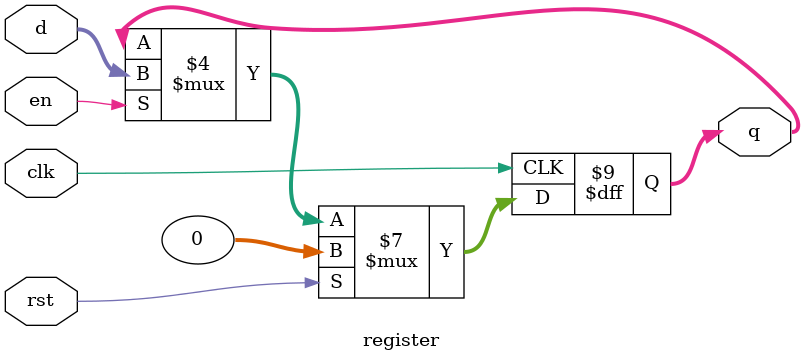
<source format=v>
module register
(
	d,
	clk,
    en,
	rst,
	q
);
    parameter n = 32;

	input [n-1:0] d;
	input rst, clk, en;
	output reg [n-1:0] q;

	always @(posedge clk)
	begin
		if(rst)
			q <= 0;
		else if(!en)
            q <= q;
        else
			q <= d;
	end

endmodule

</source>
